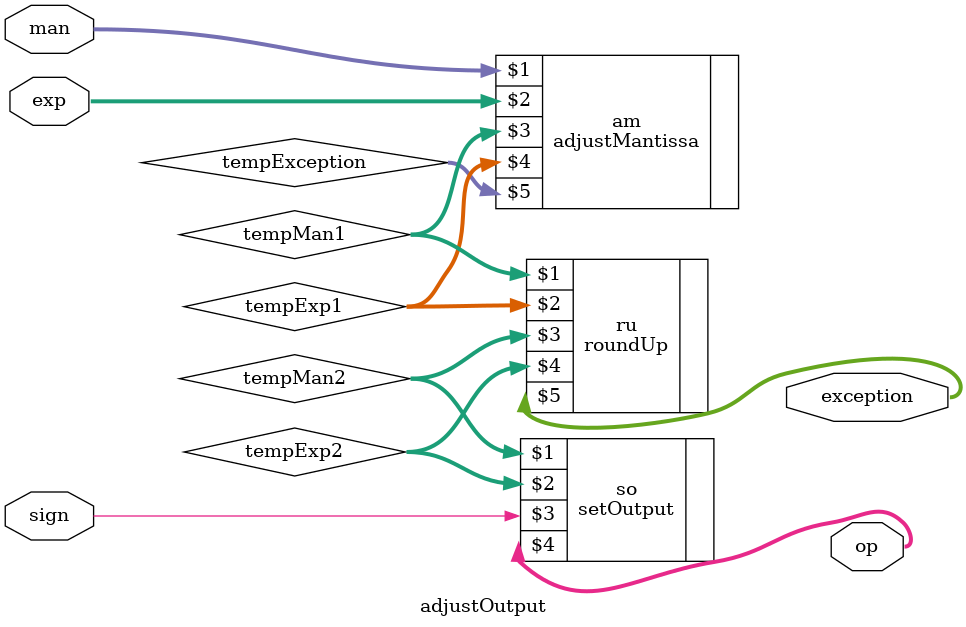
<source format=v>
`include "roundUp.v"
`include "setOutput.v"

module adjustOutput (man, exp, sign, op, exception);
	input [15:0] man;
	input [5:0] exp;
	input sign;
	
	output [15:0] op;
	output [1:0] exception;
	
	wire [15:0] tempMan1, tempMan2;
	wire [5:0] tempExp1, tempExp2;
	wire [1:0] tempException;
	
	adjustMantissa am (man, exp, tempMan1, tempExp1, tempException);
	roundUp ru (tempMan1, tempExp1, tempMan2, tempExp2, exception);
	setOutput so (tempMan2, tempExp2, sign, op);
	
endmodule

//adjustMantissa am1 (tempManTemp, tempExp, tempMan, finalExp, tempException);
//roundUp ru1 (tempMan, finalExp, fman, fexp, exception);
//setOutput so2 (fman, fexp, signB, op);


</source>
